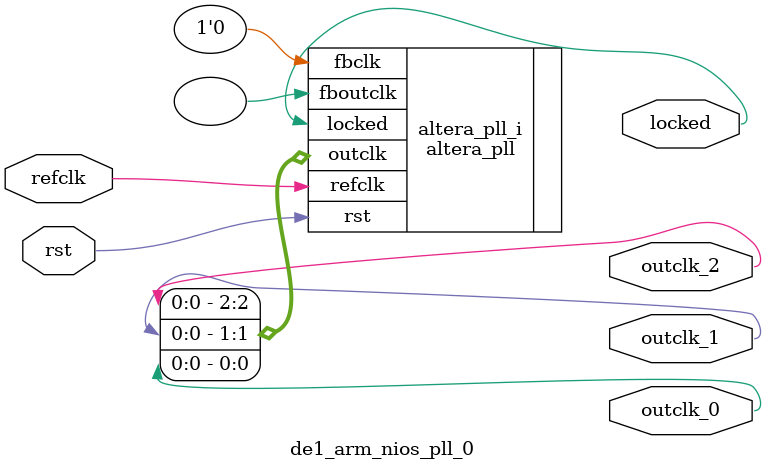
<source format=v>
`timescale 1ns/10ps
module  de1_arm_nios_pll_0(

	// interface 'refclk'
	input wire refclk,

	// interface 'reset'
	input wire rst,

	// interface 'outclk0'
	output wire outclk_0,

	// interface 'outclk1'
	output wire outclk_1,

	// interface 'outclk2'
	output wire outclk_2,

	// interface 'locked'
	output wire locked
);

	altera_pll #(
		.fractional_vco_multiplier("false"),
		.reference_clock_frequency("50.0 MHz"),
		.operation_mode("normal"),
		.number_of_clocks(3),
		.output_clock_frequency0("50.000000 MHz"),
		.phase_shift0("0 ps"),
		.duty_cycle0(50),
		.output_clock_frequency1("100.000000 MHz"),
		.phase_shift1("0 ps"),
		.duty_cycle1(50),
		.output_clock_frequency2("100.000000 MHz"),
		.phase_shift2("-3750 ps"),
		.duty_cycle2(50),
		.output_clock_frequency3("0 MHz"),
		.phase_shift3("0 ps"),
		.duty_cycle3(50),
		.output_clock_frequency4("0 MHz"),
		.phase_shift4("0 ps"),
		.duty_cycle4(50),
		.output_clock_frequency5("0 MHz"),
		.phase_shift5("0 ps"),
		.duty_cycle5(50),
		.output_clock_frequency6("0 MHz"),
		.phase_shift6("0 ps"),
		.duty_cycle6(50),
		.output_clock_frequency7("0 MHz"),
		.phase_shift7("0 ps"),
		.duty_cycle7(50),
		.output_clock_frequency8("0 MHz"),
		.phase_shift8("0 ps"),
		.duty_cycle8(50),
		.output_clock_frequency9("0 MHz"),
		.phase_shift9("0 ps"),
		.duty_cycle9(50),
		.output_clock_frequency10("0 MHz"),
		.phase_shift10("0 ps"),
		.duty_cycle10(50),
		.output_clock_frequency11("0 MHz"),
		.phase_shift11("0 ps"),
		.duty_cycle11(50),
		.output_clock_frequency12("0 MHz"),
		.phase_shift12("0 ps"),
		.duty_cycle12(50),
		.output_clock_frequency13("0 MHz"),
		.phase_shift13("0 ps"),
		.duty_cycle13(50),
		.output_clock_frequency14("0 MHz"),
		.phase_shift14("0 ps"),
		.duty_cycle14(50),
		.output_clock_frequency15("0 MHz"),
		.phase_shift15("0 ps"),
		.duty_cycle15(50),
		.output_clock_frequency16("0 MHz"),
		.phase_shift16("0 ps"),
		.duty_cycle16(50),
		.output_clock_frequency17("0 MHz"),
		.phase_shift17("0 ps"),
		.duty_cycle17(50),
		.pll_type("General"),
		.pll_subtype("General")
	) altera_pll_i (
		.rst	(rst),
		.outclk	({outclk_2, outclk_1, outclk_0}),
		.locked	(locked),
		.fboutclk	( ),
		.fbclk	(1'b0),
		.refclk	(refclk)
	);
endmodule


</source>
